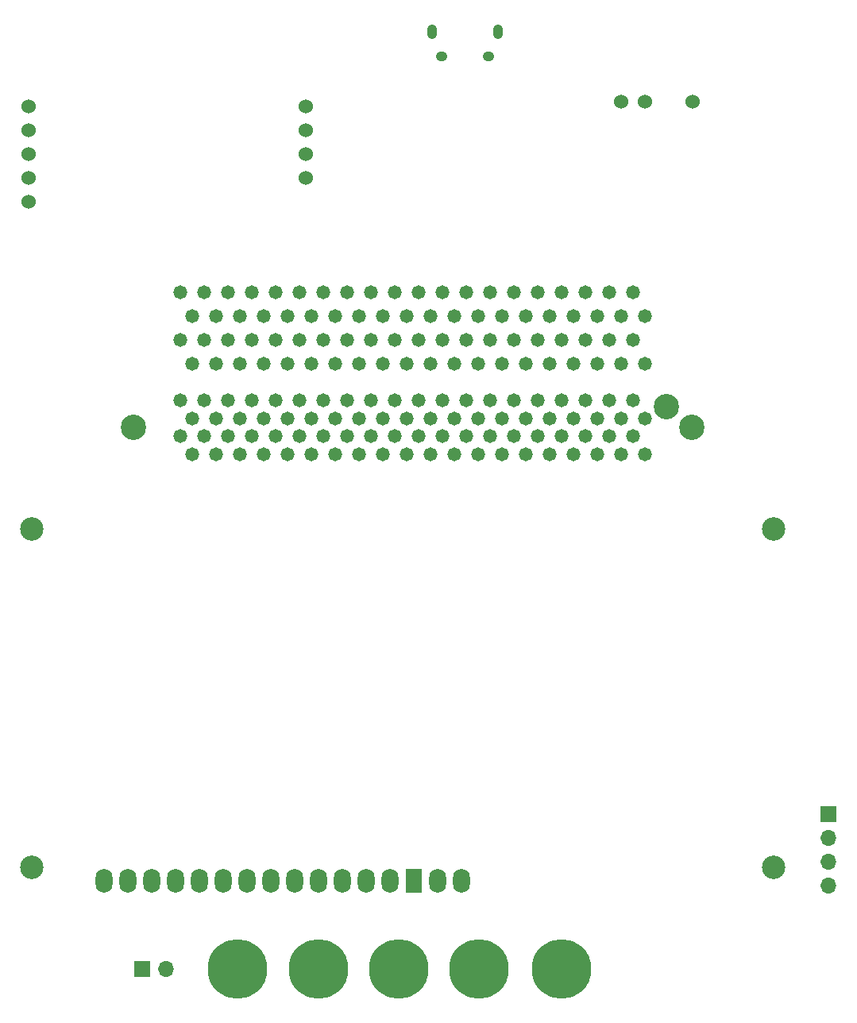
<source format=gbr>
G04 #@! TF.FileFunction,Soldermask,Bot*
%FSLAX46Y46*%
G04 Gerber Fmt 4.6, Leading zero omitted, Abs format (unit mm)*
G04 Created by KiCad (PCBNEW 4.0.7) date Wed Feb 21 09:57:24 2018*
%MOMM*%
%LPD*%
G01*
G04 APERTURE LIST*
%ADD10C,0.025400*%
%ADD11O,1.800000X2.600000*%
%ADD12C,2.500000*%
%ADD13R,1.800000X2.600000*%
%ADD14C,1.473200*%
%ADD15R,1.700000X1.700000*%
%ADD16O,1.700000X1.700000*%
%ADD17C,1.524000*%
%ADD18C,6.350000*%
%ADD19O,1.250000X1.054100*%
%ADD20O,1.054100X1.550000*%
%ADD21C,2.705100*%
G04 APERTURE END LIST*
D10*
D11*
X111252001Y-122428000D03*
D12*
X103552001Y-120968000D03*
X182552001Y-84968000D03*
X182552001Y-120968000D03*
D11*
X113792001Y-122428000D03*
X116332001Y-122428000D03*
X118872001Y-122428000D03*
X121412001Y-122428000D03*
X123952001Y-122428000D03*
X126492001Y-122428000D03*
X129032001Y-122428000D03*
X131572001Y-122428000D03*
X134112001Y-122428000D03*
X136652001Y-122428000D03*
X139192001Y-122428000D03*
X141732001Y-122428000D03*
D13*
X144272001Y-122428000D03*
D11*
X146812001Y-122428000D03*
X149352001Y-122428000D03*
D12*
X103552001Y-84968000D03*
D14*
X166370000Y-67310000D03*
X167640000Y-64770000D03*
X168910000Y-67310000D03*
X149860000Y-64770000D03*
X143510000Y-67310000D03*
X146050000Y-67310000D03*
X144780000Y-64770000D03*
X147320000Y-64770000D03*
X148590000Y-67310000D03*
X151130000Y-67310000D03*
X161290000Y-67310000D03*
X160020000Y-64770000D03*
X165100000Y-64770000D03*
X162560000Y-64770000D03*
X163830000Y-67310000D03*
X157480000Y-64770000D03*
X152400000Y-64770000D03*
X154940000Y-64770000D03*
X156210000Y-67310000D03*
X153670000Y-67310000D03*
X158750000Y-67310000D03*
X137160000Y-64770000D03*
X133350000Y-67310000D03*
X134620000Y-64770000D03*
X135890000Y-67310000D03*
X138430000Y-67310000D03*
X142240000Y-64770000D03*
X139700000Y-64770000D03*
X140970000Y-67310000D03*
X125730000Y-67310000D03*
X120650000Y-67310000D03*
X121920000Y-64770000D03*
X124460000Y-64770000D03*
X123190000Y-67310000D03*
X119380000Y-64770000D03*
X128270000Y-67310000D03*
X127000000Y-64770000D03*
X129540000Y-64770000D03*
X132080000Y-64770000D03*
X130810000Y-67310000D03*
X148590000Y-62230000D03*
X149860000Y-59690000D03*
X146050000Y-62230000D03*
X147320000Y-59690000D03*
X144780000Y-59690000D03*
X161290000Y-62230000D03*
X160020000Y-59690000D03*
X162560000Y-59690000D03*
X158750000Y-62230000D03*
X163830000Y-62230000D03*
X157480000Y-59690000D03*
X151130000Y-62230000D03*
X152400000Y-59690000D03*
X154940000Y-59690000D03*
X156210000Y-62230000D03*
X153670000Y-62230000D03*
X165100000Y-59690000D03*
X166370000Y-62230000D03*
X167640000Y-59690000D03*
X168910000Y-62230000D03*
X128270000Y-62230000D03*
X127000000Y-59690000D03*
X129540000Y-59690000D03*
X125730000Y-62230000D03*
X130810000Y-62230000D03*
X137160000Y-59690000D03*
X135890000Y-62230000D03*
X134620000Y-59690000D03*
X133350000Y-62230000D03*
X132080000Y-59690000D03*
X140970000Y-62230000D03*
X142240000Y-59690000D03*
X139700000Y-59690000D03*
X138430000Y-62230000D03*
X143510000Y-62230000D03*
X124460000Y-59690000D03*
X119380000Y-59690000D03*
X120650000Y-62230000D03*
X121920000Y-59690000D03*
X123190000Y-62230000D03*
D15*
X188468000Y-115316000D03*
D16*
X188468000Y-117856000D03*
X188468000Y-120396000D03*
X188468000Y-122936000D03*
D17*
X103187599Y-50088800D03*
X132727599Y-47548800D03*
X132727599Y-45008800D03*
X132727599Y-42468800D03*
X132727599Y-39928800D03*
X103187599Y-47548800D03*
X103187599Y-45008800D03*
X103187599Y-42468800D03*
X103187599Y-39928800D03*
D15*
X115316000Y-131826000D03*
D16*
X117856000Y-131826000D03*
D18*
X125476000Y-131826000D03*
X134048500Y-131826000D03*
X142621000Y-131826000D03*
X160020000Y-131826000D03*
X151193500Y-131826000D03*
D19*
X152207600Y-34598600D03*
X147207600Y-34598600D03*
D20*
X153207600Y-31898600D03*
X146207600Y-31898600D03*
D17*
X166370000Y-39370000D03*
X168910000Y-39370000D03*
X173990000Y-39370000D03*
D21*
X114350800Y-74091800D03*
X173888400Y-74091800D03*
D14*
X119380000Y-71247000D03*
X119380000Y-75057000D03*
D21*
X171196000Y-71882000D03*
D14*
X121920000Y-71247000D03*
X124460000Y-71247000D03*
X127000000Y-71247000D03*
X129540000Y-71247000D03*
X132080000Y-71247000D03*
X134620000Y-71247000D03*
X137160000Y-71247000D03*
X139700000Y-71247000D03*
X142240000Y-71247000D03*
X144780000Y-71247000D03*
X147320000Y-71247000D03*
X149860000Y-71247000D03*
X152400000Y-71247000D03*
X154940000Y-71247000D03*
X157480000Y-71247000D03*
X160020000Y-71247000D03*
X162560000Y-71247000D03*
X165100000Y-71247000D03*
X167640000Y-71247000D03*
X120650000Y-73152000D03*
X123190000Y-73152000D03*
X125730000Y-73152000D03*
X128270000Y-73152000D03*
X130810000Y-73152000D03*
X133350000Y-73152000D03*
X135890000Y-73152000D03*
X138430000Y-73152000D03*
X140970000Y-73152000D03*
X143510000Y-73152000D03*
X146050000Y-73152000D03*
X148590000Y-73152000D03*
X151130000Y-73152000D03*
X153670000Y-73152000D03*
X156210000Y-73152000D03*
X158750000Y-73152000D03*
X161290000Y-73152000D03*
X163830000Y-73152000D03*
X166370000Y-73152000D03*
X168910000Y-73152000D03*
X121920000Y-75057000D03*
X124460000Y-75057000D03*
X127000000Y-75057000D03*
X129540000Y-75057000D03*
X132080000Y-75057000D03*
X134620000Y-75057000D03*
X137160000Y-75057000D03*
X139700000Y-75057000D03*
X142240000Y-75057000D03*
X144780000Y-75057000D03*
X147320000Y-75057000D03*
X149860000Y-75057000D03*
X152400000Y-75057000D03*
X154940000Y-75057000D03*
X157480000Y-75057000D03*
X160020000Y-75057000D03*
X162560000Y-75057000D03*
X165100000Y-75057000D03*
X167640000Y-75057000D03*
X120650000Y-76962000D03*
X123190000Y-76962000D03*
X125730000Y-76962000D03*
X128270000Y-76962000D03*
X130810000Y-76962000D03*
X133350000Y-76962000D03*
X135890000Y-76962000D03*
X138430000Y-76962000D03*
X140970000Y-76962000D03*
X143510000Y-76962000D03*
X146050000Y-76962000D03*
X148590000Y-76962000D03*
X151130000Y-76962000D03*
X153670000Y-76962000D03*
X156210000Y-76962000D03*
X158750000Y-76962000D03*
X161290000Y-76962000D03*
X163830000Y-76962000D03*
X166370000Y-76962000D03*
X168910000Y-76962000D03*
M02*

</source>
